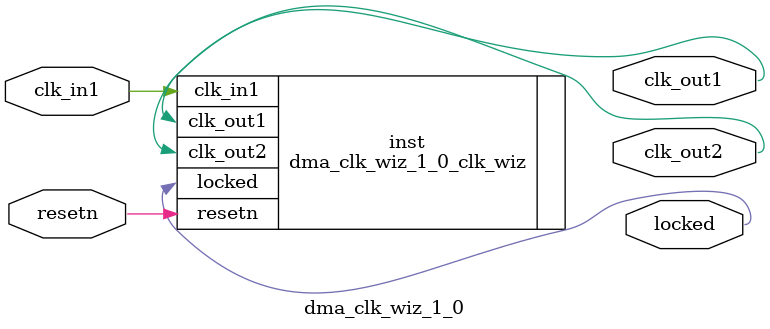
<source format=v>


`timescale 1ps/1ps

(* CORE_GENERATION_INFO = "dma_clk_wiz_1_0,clk_wiz_v5_4_1_0,{component_name=dma_clk_wiz_1_0,use_phase_alignment=true,use_min_o_jitter=false,use_max_i_jitter=false,use_dyn_phase_shift=false,use_inclk_switchover=false,use_dyn_reconfig=false,enable_axi=0,feedback_source=FDBK_AUTO,PRIMITIVE=MMCM,num_out_clk=2,clkin1_period=10.000,clkin2_period=10.000,use_power_down=false,use_reset=true,use_locked=true,use_inclk_stopped=false,feedback_type=SINGLE,CLOCK_MGR_TYPE=NA,manual_override=false}" *)

module dma_clk_wiz_1_0 
 (
  // Clock out ports
  output        clk_out1,
  output        clk_out2,
  // Status and control signals
  input         resetn,
  output        locked,
 // Clock in ports
  input         clk_in1
 );

  dma_clk_wiz_1_0_clk_wiz inst
  (
  // Clock out ports  
  .clk_out1(clk_out1),
  .clk_out2(clk_out2),
  // Status and control signals               
  .resetn(resetn), 
  .locked(locked),
 // Clock in ports
  .clk_in1(clk_in1)
  );

endmodule

</source>
